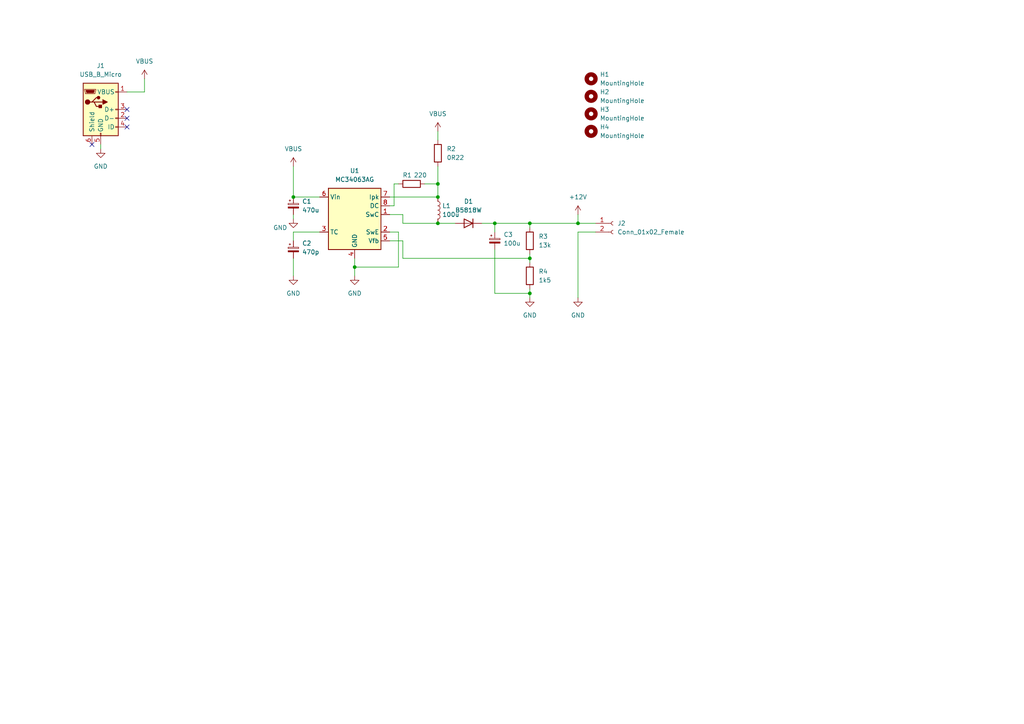
<source format=kicad_sch>
(kicad_sch (version 20211123) (generator eeschema)
  (paper "A4")
  (title_block (title "USBto12V") (date "2022-03-07") (rev "0.1") (company "https://github.com/BBMBB/USBto12V"))
  (lib_symbols
    (symbol "Connector:Conn_01x02_Female" (pin_names (offset 1.016) hide)
      (property "Reference" "J" (at 0 2.54 0))
      (property "Value" "Conn_01x02_Female" (at 0 -5.08 0))
      (symbol "Conn_01x02_Female_1_1"
        (arc (start 0 -2.032) (mid -0.508 -2.54) (end 0 -3.048) (stroke (width 0.1524)))
        (polyline (pts (xy -1.27 -2.54) (xy -0.508 -2.54)) (stroke (width 0.1524)))
        (polyline (pts (xy -1.27 0) (xy -0.508 0)) (stroke (width 0.1524)))
        (arc (start 0 0.508) (mid -0.508 0) (end 0 -0.508) (stroke (width 0.1524)))
        (pin passive line (at -5.08 0 0) (length 3.81) (name "Pin_1") (number "1"))
        (pin passive line (at -5.08 -2.54 0) (length 3.81) (name "Pin_2") (number "2"))
      )
    )
    (symbol "Connector:USB_B_Micro" (pin_names (offset 1.016))
      (property "Reference" "J" (at -5.08 11.43 0))
      (property "Value" "USB_B_Micro" (at -5.08 8.89 0))
      (symbol "USB_B_Micro_0_1"
        (rectangle (start -5.08 -7.62) (end 5.08 7.62) (stroke (width 0.254)) (fill (type background)))
        (circle (center -3.81 2.159) (radius 0.635) (stroke (width 0.254)) (fill (type outline)))
        (circle (center -0.635 3.429) (radius 0.381) (stroke (width 0.254)) (fill (type outline)))
        (rectangle (start -0.127 -7.62) (end 0.127 -6.858))
        (polyline (pts (xy -1.905 2.159) (xy 0.635 2.159)) (stroke (width 0.254)))
        (polyline (pts (xy -3.175 2.159) (xy -2.54 2.159) (xy -1.27 3.429) (xy -0.635 3.429)) (stroke (width 0.254)))
        (polyline (pts (xy -2.54 2.159) (xy -1.905 2.159) (xy -1.27 0.889) (xy 0 0.889)) (stroke (width 0.254)))
        (polyline (pts (xy 0.635 2.794) (xy 0.635 1.524) (xy 1.905 2.159) (xy 0.635 2.794)) (stroke (width 0.254)) (fill (type outline)))
        (polyline (pts (xy -4.318 5.588) (xy -1.778 5.588) (xy -2.032 4.826) (xy -4.064 4.826) (xy -4.318 5.588)) (fill (type outline)))
        (polyline (pts (xy -4.699 5.842) (xy -4.699 5.588) (xy -4.445 4.826) (xy -4.445 4.572) (xy -1.651 4.572) (xy -1.651 4.826) (xy -1.397 5.588) (xy -1.397 5.842) (xy -4.699 5.842)))
        (rectangle (start 0.254 1.27) (end -0.508 0.508) (stroke (width 0.254)) (fill (type outline)))
        (rectangle (start 5.08 -5.207) (end 4.318 -4.953))
        (rectangle (start 5.08 -2.667) (end 4.318 -2.413))
        (rectangle (start 5.08 -0.127) (end 4.318 0.127))
        (rectangle (start 5.08 4.953) (end 4.318 5.207))
      )
      (symbol "USB_B_Micro_1_1"
        (pin power_out line (at 7.62 5.08 180) (length 2.54) (name "VBUS") (number "1"))
        (pin bidirectional line (at 7.62 -2.54 180) (length 2.54) (name "D-") (number "2"))
        (pin bidirectional line (at 7.62 0 180) (length 2.54) (name "D+") (number "3"))
        (pin passive line (at 7.62 -5.08 180) (length 2.54) (name "ID") (number "4"))
        (pin power_out line (at 0 -10.16 90) (length 2.54) (name "GND") (number "5"))
        (pin passive line (at -2.54 -10.16 90) (length 2.54) (name "Shield") (number "6"))
      )
    )
    (symbol "Device:C_Polarized_Small" (pin_numbers hide) (pin_names (offset 0.254) hide)
      (property "Reference" "C" (at 0.254 1.778 0))
      (property "Value" "C_Polarized_Small" (at 0.254 -2.032 0))
      (symbol "C_Polarized_Small_0_1"
        (rectangle (start -1.524 -0.3048) (end 1.524 -0.6858) (fill (type outline)))
        (rectangle (start -1.524 0.6858) (end 1.524 0.3048))
        (polyline (pts (xy -1.27 1.524) (xy -0.762 1.524)))
        (polyline (pts (xy -1.016 1.27) (xy -1.016 1.778)))
      )
      (symbol "C_Polarized_Small_1_1"
        (pin passive line (at 0 2.54 270) (length 1.8542) (name "~") (number "1"))
        (pin passive line (at 0 -2.54 90) (length 1.8542) (name "~") (number "2"))
      )
    )
    (symbol "Device:D" (pin_numbers hide) (pin_names (offset 1.016) hide)
      (property "Reference" "D" (at 0 2.54 0))
      (property "Value" "D" (at 0 -2.54 0))
      (symbol "D_0_1"
        (polyline (pts (xy -1.27 1.27) (xy -1.27 -1.27)) (stroke (width 0.254)))
        (polyline (pts (xy 1.27 0) (xy -1.27 0)))
        (polyline (pts (xy 1.27 1.27) (xy 1.27 -1.27) (xy -1.27 0) (xy 1.27 1.27)) (stroke (width 0.254)))
      )
      (symbol "D_1_1"
        (pin passive line (at -3.81 0 0) (length 2.54) (name "K") (number "1"))
        (pin passive line (at 3.81 0 180) (length 2.54) (name "A") (number "2"))
      )
    )
    (symbol "Device:L" (pin_numbers hide) (pin_names (offset 1.016) hide)
      (property "Reference" "L" (at -1.27 0 90))
      (property "Value" "L" (at 1.905 0 90))
      (symbol "L_0_1"
        (arc (start 0 -2.54) (mid 0.635 -1.905) (end 0 -1.27))
        (arc (start 0 -1.27) (mid 0.635 -0.635) (end 0 0))
        (arc (start 0 0) (mid 0.635 0.635) (end 0 1.27))
        (arc (start 0 1.27) (mid 0.635 1.905) (end 0 2.54))
      )
      (symbol "L_1_1"
        (pin passive line (at 0 3.81 270) (length 1.27) (name "1") (number "1"))
        (pin passive line (at 0 -3.81 90) (length 1.27) (name "2") (number "2"))
      )
    )
    (symbol "Device:R" (pin_numbers hide) (pin_names (offset 0))
      (property "Reference" "R" (at 2.032 0 90))
      (property "Value" "R" (at 0 0 90))
      (symbol "R_0_1"
        (rectangle (start -1.016 -2.54) (end 1.016 2.54) (stroke (width 0.254)))
      )
      (symbol "R_1_1"
        (pin passive line (at 0 3.81 270) (length 1.27) (name "~") (number "1"))
        (pin passive line (at 0 -3.81 90) (length 1.27) (name "~") (number "2"))
      )
    )
    (symbol "Mechanical:MountingHole" (pin_names (offset 1.016))
      (property "Reference" "H" (at 0 5.08 0))
      (property "Value" "MountingHole" (at 0 3.175 0))
      (symbol "MountingHole_0_1"
        (circle (center 0 0) (radius 1.27) (stroke (width 1.27)))
      )
    )
    (symbol "Regulator_Switching:MC34063AD"
      (property "Reference" "U" (at -7.62 8.89 0))
      (property "Value" "MC34063AD" (at 0 8.89 0))
      (symbol "MC34063AD_0_1"
        (rectangle (start -7.62 7.62) (end 7.62 -10.16) (stroke (width 0.254)) (fill (type background)))
      )
      (symbol "MC34063AD_1_1"
        (pin open_collector line (at 10.16 0 180) (length 2.54) (name "SwC") (number "1"))
        (pin open_emitter line (at 10.16 -5.08 180) (length 2.54) (name "SwE") (number "2"))
        (pin passive line (at -10.16 -5.08 0) (length 2.54) (name "TC") (number "3"))
        (pin power_in line (at 0 -12.7 90) (length 2.54) (name "GND") (number "4"))
        (pin input line (at 10.16 -7.62 180) (length 2.54) (name "Vfb") (number "5"))
        (pin power_in line (at -10.16 5.08 0) (length 2.54) (name "Vin") (number "6"))
        (pin input line (at 10.16 5.08 180) (length 2.54) (name "Ipk") (number "7"))
        (pin open_collector line (at 10.16 2.54 180) (length 2.54) (name "DC") (number "8"))
      )
    )
    (symbol "power:+12V" (power) (pin_names (offset 0))
      (property "Value" "+12V" (at 0 3.556 0))
      (symbol "+12V_0_1"
        (polyline (pts (xy -0.762 1.27) (xy 0 2.54)))
        (polyline (pts (xy 0 0) (xy 0 2.54)))
        (polyline (pts (xy 0 2.54) (xy 0.762 1.27)))
      )
      (symbol "+12V_1_1"
        (pin power_in line (at 0 0 90) (length 0) hide (name "+12V") (number "1"))
      )
    )
    (symbol "power:GND" (power) (pin_names (offset 0))
      (property "Value" "GND" (at 0 -3.81 0))
      (symbol "GND_0_1"
        (polyline (pts (xy 0 0) (xy 0 -1.27) (xy 1.27 -1.27) (xy 0 -2.54) (xy -1.27 -1.27) (xy 0 -1.27)))
      )
      (symbol "GND_1_1"
        (pin power_in line (at 0 0 270) (length 0) hide (name "GND") (number "1"))
      )
    )
    (symbol "power:VBUS" (power) (pin_names (offset 0))
      (property "Value" "VBUS" (at 0 3.81 0))
      (symbol "VBUS_0_1"
        (polyline (pts (xy -0.762 1.27) (xy 0 2.54)))
        (polyline (pts (xy 0 0) (xy 0 2.54)))
        (polyline (pts (xy 0 2.54) (xy 0.762 1.27)))
      )
      (symbol "VBUS_1_1"
        (pin power_in line (at 0 0 90) (length 0) hide (name "VBUS") (number "1"))
      )
    )
  )
  (junction (at 102.87 77.47))
  (junction (at 127 53.34))
  (junction (at 153.67 85.09))
  (junction (at 143.51 64.77))
  (junction (at 153.67 64.77))
  (junction (at 85.09 57.15))
  (junction (at 153.67 74.93))
  (junction (at 167.64 64.77))
  (junction (at 127 64.77))
  (junction (at 127 57.15))
  (no_connect (at 26.67 41.91))
  (no_connect (at 36.83 36.83))
  (no_connect (at 36.83 31.75))
  (no_connect (at 36.83 34.29))
  (wire (pts (xy 116.84 69.85) (xy 113.03 69.85)))
  (wire (pts (xy 116.84 74.93) (xy 116.84 69.85)))
  (wire (pts (xy 85.09 67.31) (xy 92.71 67.31)))
  (wire (pts (xy 85.09 57.15) (xy 92.71 57.15)))
  (wire (pts (xy 153.67 66.04) (xy 153.67 64.77)))
  (wire (pts (xy 153.67 73.66) (xy 153.67 74.93)))
  (wire (pts (xy 113.03 59.69) (xy 114.3 59.69)))
  (wire (pts (xy 153.67 64.77) (xy 167.64 64.77)))
  (wire (pts (xy 143.51 64.77) (xy 143.51 67.31)))
  (wire (pts (xy 29.21 41.91) (xy 29.21 43.18)))
  (wire (pts (xy 36.83 26.67) (xy 41.91 26.67)))
  (wire (pts (xy 153.67 74.93) (xy 116.84 74.93)))
  (wire (pts (xy 153.67 85.09) (xy 153.67 86.36)))
  (wire (pts (xy 153.67 64.77) (xy 143.51 64.77)))
  (wire (pts (xy 167.64 67.31) (xy 172.72 67.31)))
  (wire (pts (xy 114.3 53.34) (xy 115.57 53.34)))
  (wire (pts (xy 153.67 83.82) (xy 153.67 85.09)))
  (wire (pts (xy 85.09 48.26) (xy 85.09 57.15)))
  (wire (pts (xy 102.87 77.47) (xy 102.87 80.01)))
  (wire (pts (xy 127 64.77) (xy 132.08 64.77)))
  (wire (pts (xy 167.64 64.77) (xy 167.64 62.23)))
  (wire (pts (xy 127 38.1) (xy 127 40.64)))
  (wire (pts (xy 127 48.26) (xy 127 53.34)))
  (wire (pts (xy 153.67 74.93) (xy 153.67 76.2)))
  (wire (pts (xy 85.09 74.93) (xy 85.09 80.01)))
  (wire (pts (xy 102.87 74.93) (xy 102.87 77.47)))
  (wire (pts (xy 116.84 64.77) (xy 116.84 62.23)))
  (wire (pts (xy 113.03 62.23) (xy 116.84 62.23)))
  (wire (pts (xy 167.64 64.77) (xy 172.72 64.77)))
  (wire (pts (xy 114.3 59.69) (xy 114.3 53.34)))
  (wire (pts (xy 115.57 67.31) (xy 115.57 77.47)))
  (wire (pts (xy 127 64.77) (xy 116.84 64.77)))
  (wire (pts (xy 113.03 57.15) (xy 127 57.15)))
  (wire (pts (xy 139.7 64.77) (xy 143.51 64.77)))
  (wire (pts (xy 167.64 86.36) (xy 167.64 67.31)))
  (wire (pts (xy 85.09 62.23) (xy 85.09 63.5)))
  (wire (pts (xy 127 53.34) (xy 127 57.15)))
  (wire (pts (xy 113.03 67.31) (xy 115.57 67.31)))
  (wire (pts (xy 115.57 77.47) (xy 102.87 77.47)))
  (wire (pts (xy 85.09 69.85) (xy 85.09 67.31)))
  (wire (pts (xy 41.91 26.67) (xy 41.91 22.86)))
  (wire (pts (xy 143.51 85.09) (xy 153.67 85.09)))
  (wire (pts (xy 123.19 53.34) (xy 127 53.34)))
  (wire (pts (xy 143.51 72.39) (xy 143.51 85.09)))
  (symbol (lib_id "Device:R") (at 127 44.45 0) (unit 1)
    (property "Reference" "R2" (at 129.54 43.1799 0) (effects (justify left)))
    (property "Value" "0R22" (at 129.54 45.7199 0) (effects (justify left)))
    (property "Footprint" "Resistor_SMD:R_0603_1608Metric_Pad0.98x0.95mm_HandSolder" (effects hide))
    (property "LCSC" "C20686" (effects hide))
  )
  (symbol (lib_id "Device:D") (at 135.89 64.77 180) (unit 1)
    (property "Reference" "D1" (at 135.89 58.42 0))
    (property "Value" "B5818W" (at 135.89 60.96 0))
    (property "Footprint" "Diode_SMD:D_SOD-123" (effects hide))
    (property "LCSC" "C21571" (effects hide))
  )
  (symbol (lib_id "Device:C_Polarized_Small") (at 85.09 72.39 0) (unit 1)
    (property "Reference" "C2" (at 87.63 70.5738 0) (effects (justify left)))
    (property "Value" "470p" (at 87.63 73.1138 0) (effects (justify left)))
    (property "Footprint" "Capacitor_SMD:C_0603_1608Metric_Pad1.08x0.95mm_HandSolder" (effects hide))
    (property "LCSC" "C123573" (effects hide))
  )
  (symbol (lib_id "Device:R") (at 153.67 80.01 0) (unit 1)
    (property "Reference" "R4" (at 156.21 78.7399 0) (effects (justify left)))
    (property "Value" "1k5" (at 156.21 81.2799 0) (effects (justify left)))
    (property "Footprint" "Resistor_SMD:R_0603_1608Metric_Pad0.98x0.95mm_HandSolder" (effects hide))
    (property "LCSC" "C22843" (effects hide))
  )
  (symbol (lib_id "power:GND") (at 85.09 63.5 0) (unit 1)
    (property "Reference" "#PWR04" (effects hide))
    (property "Value" "GND" (at 81.28 66.04 0))
  )
  (symbol (lib_id "Mechanical:MountingHole") (at 171.45 38.1 0) (unit 1)
    (property "Reference" "H4" (at 173.99 36.8299 0) (effects (justify left)))
    (property "Value" "MountingHole" (at 173.99 39.3699 0) (effects (justify left)))
    (property "Footprint" "MountingHole:MountingHole_4.3mm_M4_DIN965" (effects hide))
  )
  (symbol (lib_id "Connector:Conn_01x02_Female") (at 177.8 64.77 0) (unit 1)
    (property "Reference" "J2" (at 179.07 64.7699 0) (effects (justify left)))
    (property "Value" "Conn_01x02_Female" (at 179.07 67.3099 0) (effects (justify left)))
    (property "Footprint" "TerminalBlock:TerminalBlock_bornier-2_P5.08mm" (effects hide))
  )
  (symbol (lib_id "power:GND") (at 102.87 80.01 0) (unit 1)
    (property "Reference" "#PWR06" (effects hide))
    (property "Value" "GND" (at 102.87 85.09 0))
  )
  (symbol (lib_id "Device:C_Polarized_Small") (at 85.09 59.69 0) (unit 1)
    (property "Reference" "C1" (at 87.63 58.42 0) (effects (justify left)))
    (property "Value" "470u" (at 87.63 60.96 0) (effects (justify left)))
    (property "Footprint" "Capacitor_SMD:CP_Elec_8x10.5" (effects hide))
    (property "LCSC" "C141429" (effects hide))
  )
  (symbol (lib_id "power:GND") (at 85.09 80.01 0) (unit 1)
    (property "Reference" "#PWR05" (effects hide))
    (property "Value" "GND" (at 85.09 85.09 0))
  )
  (symbol (lib_id "Mechanical:MountingHole") (at 171.45 22.86 0) (unit 1)
    (property "Reference" "H1" (at 173.99 21.5899 0) (effects (justify left)))
    (property "Value" "MountingHole" (at 173.99 24.1299 0) (effects (justify left)))
    (property "Footprint" "MountingHole:MountingHole_4.3mm_M4_DIN965" (effects hide))
  )
  (symbol (lib_id "Mechanical:MountingHole") (at 171.45 27.94 0) (unit 1)
    (property "Reference" "H2" (at 173.99 26.6699 0) (effects (justify left)))
    (property "Value" "MountingHole" (at 173.99 29.2099 0) (effects (justify left)))
    (property "Footprint" "MountingHole:MountingHole_4.3mm_M4_DIN965" (effects hide))
  )
  (symbol (lib_id "power:VBUS") (at 41.91 22.86 0) (unit 1)
    (property "Reference" "#PWR02" (effects hide))
    (property "Value" "VBUS" (at 41.91 17.78 0))
  )
  (symbol (lib_id "power:VBUS") (at 85.09 48.26 0) (unit 1)
    (property "Reference" "#PWR03" (effects hide))
    (property "Value" "VBUS" (at 85.09 43.18 0))
  )
  (symbol (lib_id "power:GND") (at 29.21 43.18 0) (unit 1)
    (property "Reference" "#PWR01" (effects hide))
    (property "Value" "GND" (at 29.21 48.26 0))
  )
  (symbol (lib_id "Regulator_Switching:MC34063AD") (at 102.87 62.23 0) (unit 1)
    (property "Reference" "U1" (at 102.87 49.53 0))
    (property "Value" "MC34063AG" (at 102.87 52.07 0))
    (property "Footprint" "Package_SO:SOP-8_3.9x4.9mm_P1.27mm" (effects hide))
    (property "Datasheet" "https://datasheet.lcsc.com/lcsc/1810252010_UTC-Unisonic-Tech-MC34063AG-S08-R_C71111.pdf" (effects hide))
    (property "LCSC" "C71111" (effects hide))
  )
  (symbol (lib_id "Device:L") (at 127 60.96 0) (unit 1)
    (property "Reference" "L1" (at 128.27 59.6899 0) (effects (justify left)))
    (property "Value" "100u" (at 128.27 62.2299 0) (effects (justify left)))
    (property "Footprint" "Inductor_SMD:L_1812_4532Metric_Pad1.30x3.40mm_HandSolder" (effects hide))
    (property "LCSC" "C76822" (effects hide))
  )
  (symbol (lib_id "Mechanical:MountingHole") (at 171.45 33.02 0) (unit 1)
    (property "Reference" "H3" (at 173.99 31.7499 0) (effects (justify left)))
    (property "Value" "MountingHole" (at 173.99 34.2899 0) (effects (justify left)))
    (property "Footprint" "MountingHole:MountingHole_4.3mm_M4_DIN965" (effects hide))
  )
  (symbol (lib_id "Device:R") (at 119.38 53.34 90) (unit 1)
    (property "Reference" "R1" (at 118.11 50.8 90))
    (property "Value" "220" (at 121.92 50.8 90))
    (property "Footprint" "Resistor_SMD:R_0603_1608Metric_Pad0.98x0.95mm_HandSolder" (effects hide))
    (property "LCSC" "C22962" (effects hide))
  )
  (symbol (lib_id "power:GND") (at 153.67 86.36 0) (unit 1)
    (property "Reference" "#PWR08" (effects hide))
    (property "Value" "GND" (at 153.67 91.44 0))
  )
  (symbol (lib_id "power:+12V") (at 167.64 62.23 0) (unit 1)
    (property "Reference" "#PWR09" (effects hide))
    (property "Value" "+12V" (at 167.64 57.15 0))
  )
  (symbol (lib_id "Device:C_Polarized_Small") (at 143.51 69.85 0) (unit 1)
    (property "Reference" "C3" (at 146.05 68.0338 0) (effects (justify left)))
    (property "Value" "100u" (at 146.05 70.5738 0) (effects (justify left)))
    (property "Footprint" "Capacitor_SMD:CP_Elec_6.3x7.7" (effects hide))
    (property "LCSC" "C125975" (effects hide))
  )
  (symbol (lib_id "power:GND") (at 167.64 86.36 0) (unit 1)
    (property "Reference" "#PWR010" (effects hide))
    (property "Value" "GND" (at 167.64 91.44 0))
  )
  (symbol (lib_id "Device:R") (at 153.67 69.85 0) (unit 1)
    (property "Reference" "R3" (at 156.21 68.5799 0) (effects (justify left)))
    (property "Value" "13k" (at 156.21 71.1199 0) (effects (justify left)))
    (property "Footprint" "Resistor_SMD:R_0603_1608Metric_Pad0.98x0.95mm_HandSolder" (effects hide))
    (property "LCSC" "C286570" (effects hide))
  )
  (symbol (lib_id "Connector:USB_B_Micro") (at 29.21 31.75 0) (unit 1)
    (property "Reference" "J1" (at 29.21 19.05 0))
    (property "Value" "USB_B_Micro" (at 29.21 21.59 0))
    (property "Footprint" "Connector_USB:USB_Micro-B_Molex-105017-0001" (effects hide))
    (property "Datasheet" "https://datasheet.lcsc.com/lcsc/1811131824_MOLEX-1050170001_C136000.pdf" (effects hide))
    (property "LCSC" "C136000" (effects hide))
  )
  (symbol (lib_id "power:VBUS") (at 127 38.1 0) (unit 1)
    (property "Reference" "#PWR07" (effects hide))
    (property "Value" "VBUS" (at 127 33.02 0))
  )
)
</source>
